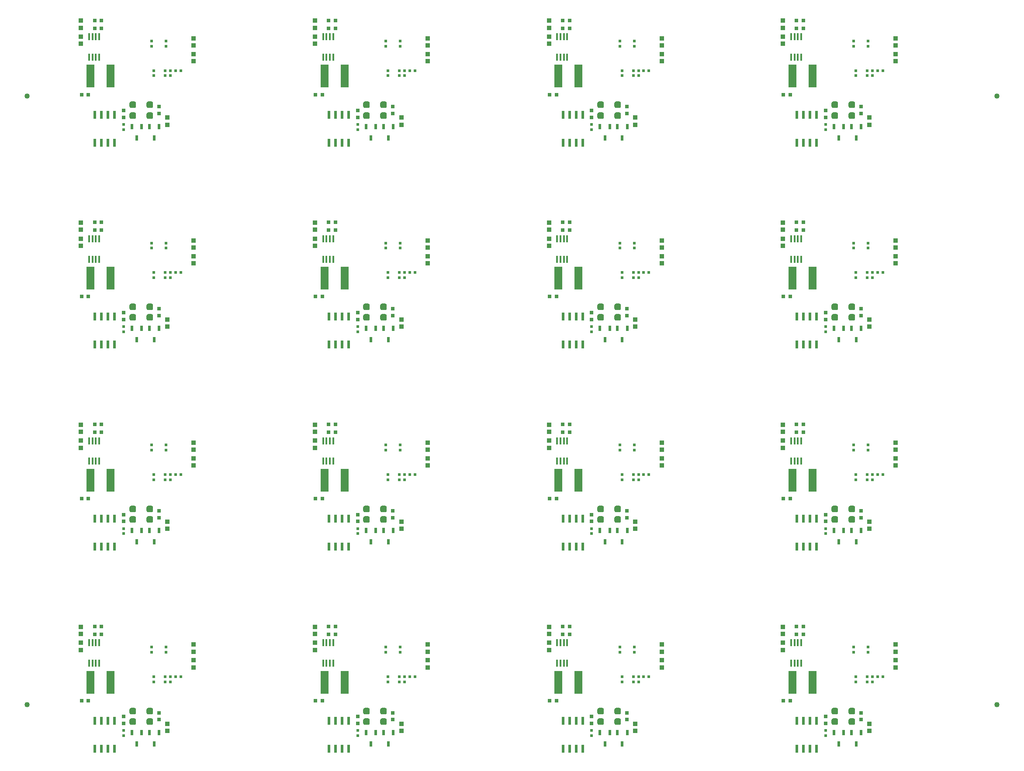
<source format=gbp>
G04*
G04 #@! TF.GenerationSoftware,Altium Limited,Altium Designer,20.2.6 (244)*
G04*
G04 Layer_Color=128*
%FSLAX44Y44*%
%MOMM*%
G71*
G04*
G04 #@! TF.SameCoordinates,9645A69E-1417-4B4D-8682-0EA00A473316*
G04*
G04*
G04 #@! TF.FilePolarity,Positive*
G04*
G01*
G75*
%ADD10C,1.0160*%
%ADD17R,0.5000X0.5000*%
%ADD19R,0.5000X0.5000*%
%ADD29R,0.7620X0.7620*%
%ADD34R,0.9000X0.8100*%
%ADD46R,0.6000X1.5500*%
G04:AMPARAMS|DCode=47|XSize=1.27mm|YSize=1.27mm|CornerRadius=0.3175mm|HoleSize=0mm|Usage=FLASHONLY|Rotation=180.000|XOffset=0mm|YOffset=0mm|HoleType=Round|Shape=RoundedRectangle|*
%AMROUNDEDRECTD47*
21,1,1.2700,0.6350,0,0,180.0*
21,1,0.6350,1.2700,0,0,180.0*
1,1,0.6350,-0.3175,0.3175*
1,1,0.6350,0.3175,0.3175*
1,1,0.6350,0.3175,-0.3175*
1,1,0.6350,-0.3175,-0.3175*
%
%ADD47ROUNDEDRECTD47*%
%ADD48R,0.7620X0.7620*%
%ADD49R,0.6000X1.1000*%
%ADD50R,1.6000X4.5000*%
%ADD51R,0.4500X1.3500*%
D10*
X30000Y1380000D02*
D03*
Y200000D02*
D03*
X1910000D02*
D03*
Y1380000D02*
D03*
D17*
X328144Y254174D02*
D03*
X318144D02*
D03*
X781644D02*
D03*
X771644D02*
D03*
X1235144D02*
D03*
X1225144D02*
D03*
X1688644D02*
D03*
X1678644D02*
D03*
X328144Y645974D02*
D03*
X318144D02*
D03*
X781644D02*
D03*
X771644D02*
D03*
X1235144D02*
D03*
X1225144D02*
D03*
X1688644D02*
D03*
X1678644D02*
D03*
X328144Y1037774D02*
D03*
X318144D02*
D03*
X781644D02*
D03*
X771644D02*
D03*
X1235144D02*
D03*
X1225144D02*
D03*
X1688644D02*
D03*
X1678644D02*
D03*
X328144Y1429574D02*
D03*
X318144D02*
D03*
X781644D02*
D03*
X771644D02*
D03*
X1235144D02*
D03*
X1225144D02*
D03*
X1688644D02*
D03*
X1678644D02*
D03*
D19*
X217226Y149526D02*
D03*
Y139526D02*
D03*
X271750Y311500D02*
D03*
Y301500D02*
D03*
X299750Y311500D02*
D03*
Y301500D02*
D03*
X275900Y244174D02*
D03*
Y254174D02*
D03*
X297998Y244174D02*
D03*
Y254174D02*
D03*
X308158Y244174D02*
D03*
Y254174D02*
D03*
X670726Y149526D02*
D03*
Y139526D02*
D03*
X725250Y311500D02*
D03*
Y301500D02*
D03*
X753250Y311500D02*
D03*
Y301500D02*
D03*
X729400Y244174D02*
D03*
Y254174D02*
D03*
X751498Y244174D02*
D03*
Y254174D02*
D03*
X761658Y244174D02*
D03*
Y254174D02*
D03*
X1124226Y149526D02*
D03*
Y139526D02*
D03*
X1178750Y311500D02*
D03*
Y301500D02*
D03*
X1206750Y311500D02*
D03*
Y301500D02*
D03*
X1182900Y244174D02*
D03*
Y254174D02*
D03*
X1204998Y244174D02*
D03*
Y254174D02*
D03*
X1215158Y244174D02*
D03*
Y254174D02*
D03*
X1577726Y149526D02*
D03*
Y139526D02*
D03*
X1632250Y311500D02*
D03*
Y301500D02*
D03*
X1660250Y311500D02*
D03*
Y301500D02*
D03*
X1636400Y244174D02*
D03*
Y254174D02*
D03*
X1658498Y244174D02*
D03*
Y254174D02*
D03*
X1668658Y244174D02*
D03*
Y254174D02*
D03*
X217226Y541326D02*
D03*
Y531326D02*
D03*
X271750Y703300D02*
D03*
Y693300D02*
D03*
X299750Y703300D02*
D03*
Y693300D02*
D03*
X275900Y635974D02*
D03*
Y645974D02*
D03*
X297998Y635974D02*
D03*
Y645974D02*
D03*
X308158Y635974D02*
D03*
Y645974D02*
D03*
X670726Y541326D02*
D03*
Y531326D02*
D03*
X725250Y703300D02*
D03*
Y693300D02*
D03*
X753250Y703300D02*
D03*
Y693300D02*
D03*
X729400Y635974D02*
D03*
Y645974D02*
D03*
X751498Y635974D02*
D03*
Y645974D02*
D03*
X761658Y635974D02*
D03*
Y645974D02*
D03*
X1124226Y541326D02*
D03*
Y531326D02*
D03*
X1178750Y703300D02*
D03*
Y693300D02*
D03*
X1206750Y703300D02*
D03*
Y693300D02*
D03*
X1182900Y635974D02*
D03*
Y645974D02*
D03*
X1204998Y635974D02*
D03*
Y645974D02*
D03*
X1215158Y635974D02*
D03*
Y645974D02*
D03*
X1577726Y541326D02*
D03*
Y531326D02*
D03*
X1632250Y703300D02*
D03*
Y693300D02*
D03*
X1660250Y703300D02*
D03*
Y693300D02*
D03*
X1636400Y635974D02*
D03*
Y645974D02*
D03*
X1658498Y635974D02*
D03*
Y645974D02*
D03*
X1668658Y635974D02*
D03*
Y645974D02*
D03*
X217226Y933126D02*
D03*
Y923126D02*
D03*
X271750Y1095100D02*
D03*
Y1085100D02*
D03*
X299750Y1095100D02*
D03*
Y1085100D02*
D03*
X275900Y1027774D02*
D03*
Y1037774D02*
D03*
X297998Y1027774D02*
D03*
Y1037774D02*
D03*
X308158Y1027774D02*
D03*
Y1037774D02*
D03*
X670726Y933126D02*
D03*
Y923126D02*
D03*
X725250Y1095100D02*
D03*
Y1085100D02*
D03*
X753250Y1095100D02*
D03*
Y1085100D02*
D03*
X729400Y1027774D02*
D03*
Y1037774D02*
D03*
X751498Y1027774D02*
D03*
Y1037774D02*
D03*
X761658Y1027774D02*
D03*
Y1037774D02*
D03*
X1124226Y933126D02*
D03*
Y923126D02*
D03*
X1178750Y1095100D02*
D03*
Y1085100D02*
D03*
X1206750Y1095100D02*
D03*
Y1085100D02*
D03*
X1182900Y1027774D02*
D03*
Y1037774D02*
D03*
X1204998Y1027774D02*
D03*
Y1037774D02*
D03*
X1215158Y1027774D02*
D03*
Y1037774D02*
D03*
X1577726Y933126D02*
D03*
Y923126D02*
D03*
X1632250Y1095100D02*
D03*
Y1085100D02*
D03*
X1660250Y1095100D02*
D03*
Y1085100D02*
D03*
X1636400Y1027774D02*
D03*
Y1037774D02*
D03*
X1658498Y1027774D02*
D03*
Y1037774D02*
D03*
X1668658Y1027774D02*
D03*
Y1037774D02*
D03*
X217226Y1324926D02*
D03*
Y1314926D02*
D03*
X271750Y1486900D02*
D03*
Y1476900D02*
D03*
X299750Y1486900D02*
D03*
Y1476900D02*
D03*
X275900Y1419574D02*
D03*
Y1429574D02*
D03*
X297998Y1419574D02*
D03*
Y1429574D02*
D03*
X308158Y1419574D02*
D03*
Y1429574D02*
D03*
X670726Y1324926D02*
D03*
Y1314926D02*
D03*
X725250Y1486900D02*
D03*
Y1476900D02*
D03*
X753250Y1486900D02*
D03*
Y1476900D02*
D03*
X729400Y1419574D02*
D03*
Y1429574D02*
D03*
X751498Y1419574D02*
D03*
Y1429574D02*
D03*
X761658Y1419574D02*
D03*
Y1429574D02*
D03*
X1124226Y1324926D02*
D03*
Y1314926D02*
D03*
X1178750Y1486900D02*
D03*
Y1476900D02*
D03*
X1206750Y1486900D02*
D03*
Y1476900D02*
D03*
X1182900Y1419574D02*
D03*
Y1429574D02*
D03*
X1204998Y1419574D02*
D03*
Y1429574D02*
D03*
X1215158Y1419574D02*
D03*
Y1429574D02*
D03*
X1577726Y1324926D02*
D03*
Y1314926D02*
D03*
X1632250Y1486900D02*
D03*
Y1476900D02*
D03*
X1660250Y1486900D02*
D03*
Y1476900D02*
D03*
X1636400Y1419574D02*
D03*
Y1429574D02*
D03*
X1658498Y1419574D02*
D03*
Y1429574D02*
D03*
X1668658Y1419574D02*
D03*
Y1429574D02*
D03*
D29*
X161026Y351536D02*
D03*
X174366D02*
D03*
Y336296D02*
D03*
X161026D02*
D03*
X135626Y207518D02*
D03*
X148966D02*
D03*
X614526Y351536D02*
D03*
X627866D02*
D03*
Y336296D02*
D03*
X614526D02*
D03*
X589126Y207518D02*
D03*
X602466D02*
D03*
X1068026Y351536D02*
D03*
X1081366D02*
D03*
Y336296D02*
D03*
X1068026D02*
D03*
X1042626Y207518D02*
D03*
X1055966D02*
D03*
X1521526Y351536D02*
D03*
X1534866D02*
D03*
Y336296D02*
D03*
X1521526D02*
D03*
X1496126Y207518D02*
D03*
X1509466D02*
D03*
X161026Y743336D02*
D03*
X174366D02*
D03*
Y728096D02*
D03*
X161026D02*
D03*
X135626Y599318D02*
D03*
X148966D02*
D03*
X614526Y743336D02*
D03*
X627866D02*
D03*
Y728096D02*
D03*
X614526D02*
D03*
X589126Y599318D02*
D03*
X602466D02*
D03*
X1068026Y743336D02*
D03*
X1081366D02*
D03*
Y728096D02*
D03*
X1068026D02*
D03*
X1042626Y599318D02*
D03*
X1055966D02*
D03*
X1521526Y743336D02*
D03*
X1534866D02*
D03*
Y728096D02*
D03*
X1521526D02*
D03*
X1496126Y599318D02*
D03*
X1509466D02*
D03*
X161026Y1135136D02*
D03*
X174366D02*
D03*
Y1119896D02*
D03*
X161026D02*
D03*
X135626Y991118D02*
D03*
X148966D02*
D03*
X614526Y1135136D02*
D03*
X627866D02*
D03*
Y1119896D02*
D03*
X614526D02*
D03*
X589126Y991118D02*
D03*
X602466D02*
D03*
X1068026Y1135136D02*
D03*
X1081366D02*
D03*
Y1119896D02*
D03*
X1068026D02*
D03*
X1042626Y991118D02*
D03*
X1055966D02*
D03*
X1521526Y1135136D02*
D03*
X1534866D02*
D03*
Y1119896D02*
D03*
X1521526D02*
D03*
X1496126Y991118D02*
D03*
X1509466D02*
D03*
X161026Y1526936D02*
D03*
X174366D02*
D03*
Y1511696D02*
D03*
X161026D02*
D03*
X135626Y1382918D02*
D03*
X148966D02*
D03*
X614526Y1526936D02*
D03*
X627866D02*
D03*
Y1511696D02*
D03*
X614526D02*
D03*
X589126Y1382918D02*
D03*
X602466D02*
D03*
X1068026Y1526936D02*
D03*
X1081366D02*
D03*
Y1511696D02*
D03*
X1068026D02*
D03*
X1042626Y1382918D02*
D03*
X1055966D02*
D03*
X1521526Y1526936D02*
D03*
X1534866D02*
D03*
Y1511696D02*
D03*
X1521526D02*
D03*
X1496126Y1382918D02*
D03*
X1509466D02*
D03*
D34*
X302064Y149006D02*
D03*
Y162906D02*
D03*
X353116Y285934D02*
D03*
Y272034D02*
D03*
Y316414D02*
D03*
Y302514D02*
D03*
X134674Y305978D02*
D03*
Y319878D02*
D03*
X134678Y350885D02*
D03*
Y336985D02*
D03*
X755564Y149006D02*
D03*
Y162906D02*
D03*
X806616Y285934D02*
D03*
Y272034D02*
D03*
Y316414D02*
D03*
Y302514D02*
D03*
X588174Y305978D02*
D03*
Y319878D02*
D03*
X588178Y350885D02*
D03*
Y336985D02*
D03*
X1209064Y149006D02*
D03*
Y162906D02*
D03*
X1260116Y285934D02*
D03*
Y272034D02*
D03*
Y316414D02*
D03*
Y302514D02*
D03*
X1041674Y305978D02*
D03*
Y319878D02*
D03*
X1041678Y350885D02*
D03*
Y336985D02*
D03*
X1662564Y149006D02*
D03*
Y162906D02*
D03*
X1713616Y285934D02*
D03*
Y272034D02*
D03*
Y316414D02*
D03*
Y302514D02*
D03*
X1495174Y305978D02*
D03*
Y319878D02*
D03*
X1495178Y350885D02*
D03*
Y336985D02*
D03*
X302064Y540806D02*
D03*
Y554706D02*
D03*
X353116Y677734D02*
D03*
Y663834D02*
D03*
Y708214D02*
D03*
Y694314D02*
D03*
X134674Y697778D02*
D03*
Y711678D02*
D03*
X134678Y742685D02*
D03*
Y728785D02*
D03*
X755564Y540806D02*
D03*
Y554706D02*
D03*
X806616Y677734D02*
D03*
Y663834D02*
D03*
Y708214D02*
D03*
Y694314D02*
D03*
X588174Y697778D02*
D03*
Y711678D02*
D03*
X588178Y742685D02*
D03*
Y728785D02*
D03*
X1209064Y540806D02*
D03*
Y554706D02*
D03*
X1260116Y677734D02*
D03*
Y663834D02*
D03*
Y708214D02*
D03*
Y694314D02*
D03*
X1041674Y697778D02*
D03*
Y711678D02*
D03*
X1041678Y742685D02*
D03*
Y728785D02*
D03*
X1662564Y540806D02*
D03*
Y554706D02*
D03*
X1713616Y677734D02*
D03*
Y663834D02*
D03*
Y708214D02*
D03*
Y694314D02*
D03*
X1495174Y697778D02*
D03*
Y711678D02*
D03*
X1495178Y742685D02*
D03*
Y728785D02*
D03*
X302064Y932606D02*
D03*
Y946506D02*
D03*
X353116Y1069534D02*
D03*
Y1055634D02*
D03*
Y1100014D02*
D03*
Y1086114D02*
D03*
X134674Y1089578D02*
D03*
Y1103478D02*
D03*
X134678Y1134485D02*
D03*
Y1120585D02*
D03*
X755564Y932606D02*
D03*
Y946506D02*
D03*
X806616Y1069534D02*
D03*
Y1055634D02*
D03*
Y1100014D02*
D03*
Y1086114D02*
D03*
X588174Y1089578D02*
D03*
Y1103478D02*
D03*
X588178Y1134485D02*
D03*
Y1120585D02*
D03*
X1209064Y932606D02*
D03*
Y946506D02*
D03*
X1260116Y1069534D02*
D03*
Y1055634D02*
D03*
Y1100014D02*
D03*
Y1086114D02*
D03*
X1041674Y1089578D02*
D03*
Y1103478D02*
D03*
X1041678Y1134485D02*
D03*
Y1120585D02*
D03*
X1662564Y932606D02*
D03*
Y946506D02*
D03*
X1713616Y1069534D02*
D03*
Y1055634D02*
D03*
Y1100014D02*
D03*
Y1086114D02*
D03*
X1495174Y1089578D02*
D03*
Y1103478D02*
D03*
X1495178Y1134485D02*
D03*
Y1120585D02*
D03*
X302064Y1324406D02*
D03*
Y1338306D02*
D03*
X353116Y1461334D02*
D03*
Y1447434D02*
D03*
Y1491814D02*
D03*
Y1477914D02*
D03*
X134674Y1481378D02*
D03*
Y1495278D02*
D03*
X134678Y1526285D02*
D03*
Y1512385D02*
D03*
X755564Y1324406D02*
D03*
Y1338306D02*
D03*
X806616Y1461334D02*
D03*
Y1447434D02*
D03*
Y1491814D02*
D03*
Y1477914D02*
D03*
X588174Y1481378D02*
D03*
Y1495278D02*
D03*
X588178Y1526285D02*
D03*
Y1512385D02*
D03*
X1209064Y1324406D02*
D03*
Y1338306D02*
D03*
X1260116Y1461334D02*
D03*
Y1447434D02*
D03*
Y1491814D02*
D03*
Y1477914D02*
D03*
X1041674Y1481378D02*
D03*
Y1495278D02*
D03*
X1041678Y1526285D02*
D03*
Y1512385D02*
D03*
X1662564Y1324406D02*
D03*
Y1338306D02*
D03*
X1713616Y1461334D02*
D03*
Y1447434D02*
D03*
Y1491814D02*
D03*
Y1477914D02*
D03*
X1495174Y1481378D02*
D03*
Y1495278D02*
D03*
X1495178Y1526285D02*
D03*
Y1512385D02*
D03*
D46*
X161600Y168478D02*
D03*
X174300D02*
D03*
X187000D02*
D03*
X199700D02*
D03*
X161600Y114478D02*
D03*
X174300D02*
D03*
X187000D02*
D03*
X199700D02*
D03*
X615100Y168478D02*
D03*
X627800D02*
D03*
X640500D02*
D03*
X653200D02*
D03*
X615100Y114478D02*
D03*
X627800D02*
D03*
X640500D02*
D03*
X653200D02*
D03*
X1068600Y168478D02*
D03*
X1081300D02*
D03*
X1094000D02*
D03*
X1106700D02*
D03*
X1068600Y114478D02*
D03*
X1081300D02*
D03*
X1094000D02*
D03*
X1106700D02*
D03*
X1522100Y168478D02*
D03*
X1534800D02*
D03*
X1547500D02*
D03*
X1560200D02*
D03*
X1522100Y114478D02*
D03*
X1534800D02*
D03*
X1547500D02*
D03*
X1560200D02*
D03*
X161600Y560278D02*
D03*
X174300D02*
D03*
X187000D02*
D03*
X199700D02*
D03*
X161600Y506278D02*
D03*
X174300D02*
D03*
X187000D02*
D03*
X199700D02*
D03*
X615100Y560278D02*
D03*
X627800D02*
D03*
X640500D02*
D03*
X653200D02*
D03*
X615100Y506278D02*
D03*
X627800D02*
D03*
X640500D02*
D03*
X653200D02*
D03*
X1068600Y560278D02*
D03*
X1081300D02*
D03*
X1094000D02*
D03*
X1106700D02*
D03*
X1068600Y506278D02*
D03*
X1081300D02*
D03*
X1094000D02*
D03*
X1106700D02*
D03*
X1522100Y560278D02*
D03*
X1534800D02*
D03*
X1547500D02*
D03*
X1560200D02*
D03*
X1522100Y506278D02*
D03*
X1534800D02*
D03*
X1547500D02*
D03*
X1560200D02*
D03*
X161600Y952078D02*
D03*
X174300D02*
D03*
X187000D02*
D03*
X199700D02*
D03*
X161600Y898078D02*
D03*
X174300D02*
D03*
X187000D02*
D03*
X199700D02*
D03*
X615100Y952078D02*
D03*
X627800D02*
D03*
X640500D02*
D03*
X653200D02*
D03*
X615100Y898078D02*
D03*
X627800D02*
D03*
X640500D02*
D03*
X653200D02*
D03*
X1068600Y952078D02*
D03*
X1081300D02*
D03*
X1094000D02*
D03*
X1106700D02*
D03*
X1068600Y898078D02*
D03*
X1081300D02*
D03*
X1094000D02*
D03*
X1106700D02*
D03*
X1522100Y952078D02*
D03*
X1534800D02*
D03*
X1547500D02*
D03*
X1560200D02*
D03*
X1522100Y898078D02*
D03*
X1534800D02*
D03*
X1547500D02*
D03*
X1560200D02*
D03*
X161600Y1343878D02*
D03*
X174300D02*
D03*
X187000D02*
D03*
X199700D02*
D03*
X161600Y1289878D02*
D03*
X174300D02*
D03*
X187000D02*
D03*
X199700D02*
D03*
X615100Y1343878D02*
D03*
X627800D02*
D03*
X640500D02*
D03*
X653200D02*
D03*
X615100Y1289878D02*
D03*
X627800D02*
D03*
X640500D02*
D03*
X653200D02*
D03*
X1068600Y1343878D02*
D03*
X1081300D02*
D03*
X1094000D02*
D03*
X1106700D02*
D03*
X1068600Y1289878D02*
D03*
X1081300D02*
D03*
X1094000D02*
D03*
X1106700D02*
D03*
X1522100Y1343878D02*
D03*
X1534800D02*
D03*
X1547500D02*
D03*
X1560200D02*
D03*
X1522100Y1289878D02*
D03*
X1534800D02*
D03*
X1547500D02*
D03*
X1560200D02*
D03*
D47*
X267772Y166878D02*
D03*
X234752D02*
D03*
X267772Y187452D02*
D03*
X234752D02*
D03*
X721272Y166878D02*
D03*
X688252D02*
D03*
X721272Y187452D02*
D03*
X688252D02*
D03*
X1174772Y166878D02*
D03*
X1141752D02*
D03*
X1174772Y187452D02*
D03*
X1141752D02*
D03*
X1628272Y166878D02*
D03*
X1595252D02*
D03*
X1628272Y187452D02*
D03*
X1595252D02*
D03*
X267772Y558678D02*
D03*
X234752D02*
D03*
X267772Y579252D02*
D03*
X234752D02*
D03*
X721272Y558678D02*
D03*
X688252D02*
D03*
X721272Y579252D02*
D03*
X688252D02*
D03*
X1174772Y558678D02*
D03*
X1141752D02*
D03*
X1174772Y579252D02*
D03*
X1141752D02*
D03*
X1628272Y558678D02*
D03*
X1595252D02*
D03*
X1628272Y579252D02*
D03*
X1595252D02*
D03*
X267772Y950478D02*
D03*
X234752D02*
D03*
X267772Y971052D02*
D03*
X234752D02*
D03*
X721272Y950478D02*
D03*
X688252D02*
D03*
X721272Y971052D02*
D03*
X688252D02*
D03*
X1174772Y950478D02*
D03*
X1141752D02*
D03*
X1174772Y971052D02*
D03*
X1141752D02*
D03*
X1628272Y950478D02*
D03*
X1595252D02*
D03*
X1628272Y971052D02*
D03*
X1595252D02*
D03*
X267772Y1342278D02*
D03*
X234752D02*
D03*
X267772Y1362852D02*
D03*
X234752D02*
D03*
X721272Y1342278D02*
D03*
X688252D02*
D03*
X721272Y1362852D02*
D03*
X688252D02*
D03*
X1174772Y1342278D02*
D03*
X1141752D02*
D03*
X1174772Y1362852D02*
D03*
X1141752D02*
D03*
X1628272Y1342278D02*
D03*
X1595252D02*
D03*
X1628272Y1362852D02*
D03*
X1595252D02*
D03*
D48*
X285552Y170622D02*
D03*
Y183962D02*
D03*
X217226Y176596D02*
D03*
Y163256D02*
D03*
X739052Y170622D02*
D03*
Y183962D02*
D03*
X670726Y176596D02*
D03*
Y163256D02*
D03*
X1192552Y170622D02*
D03*
Y183962D02*
D03*
X1124226Y176596D02*
D03*
Y163256D02*
D03*
X1646052Y170622D02*
D03*
Y183962D02*
D03*
X1577726Y176596D02*
D03*
Y163256D02*
D03*
X285552Y562422D02*
D03*
Y575762D02*
D03*
X217226Y568396D02*
D03*
Y555056D02*
D03*
X739052Y562422D02*
D03*
Y575762D02*
D03*
X670726Y568396D02*
D03*
Y555056D02*
D03*
X1192552Y562422D02*
D03*
Y575762D02*
D03*
X1124226Y568396D02*
D03*
Y555056D02*
D03*
X1646052Y562422D02*
D03*
Y575762D02*
D03*
X1577726Y568396D02*
D03*
Y555056D02*
D03*
X285552Y954222D02*
D03*
Y967562D02*
D03*
X217226Y960196D02*
D03*
Y946856D02*
D03*
X739052Y954222D02*
D03*
Y967562D02*
D03*
X670726Y960196D02*
D03*
Y946856D02*
D03*
X1192552Y954222D02*
D03*
Y967562D02*
D03*
X1124226Y960196D02*
D03*
Y946856D02*
D03*
X1646052Y954222D02*
D03*
Y967562D02*
D03*
X1577726Y960196D02*
D03*
Y946856D02*
D03*
X285552Y1346022D02*
D03*
Y1359362D02*
D03*
X217226Y1351996D02*
D03*
Y1338656D02*
D03*
X739052Y1346022D02*
D03*
Y1359362D02*
D03*
X670726Y1351996D02*
D03*
Y1338656D02*
D03*
X1192552Y1346022D02*
D03*
Y1359362D02*
D03*
X1124226Y1351996D02*
D03*
Y1338656D02*
D03*
X1646052Y1346022D02*
D03*
Y1359362D02*
D03*
X1577726Y1351996D02*
D03*
Y1338656D02*
D03*
D49*
X233380Y145726D02*
D03*
X252380D02*
D03*
X242880Y123726D02*
D03*
X267162Y145648D02*
D03*
X286162D02*
D03*
X276662Y123648D02*
D03*
X686880Y145726D02*
D03*
X705880D02*
D03*
X696380Y123726D02*
D03*
X720662Y145648D02*
D03*
X739662D02*
D03*
X730162Y123648D02*
D03*
X1140380Y145726D02*
D03*
X1159380D02*
D03*
X1149880Y123726D02*
D03*
X1174162Y145648D02*
D03*
X1193162D02*
D03*
X1183662Y123648D02*
D03*
X1593880Y145726D02*
D03*
X1612880D02*
D03*
X1603380Y123726D02*
D03*
X1627662Y145648D02*
D03*
X1646662D02*
D03*
X1637162Y123648D02*
D03*
X233380Y537526D02*
D03*
X252380D02*
D03*
X242880Y515526D02*
D03*
X267162Y537448D02*
D03*
X286162D02*
D03*
X276662Y515448D02*
D03*
X686880Y537526D02*
D03*
X705880D02*
D03*
X696380Y515526D02*
D03*
X720662Y537448D02*
D03*
X739662D02*
D03*
X730162Y515448D02*
D03*
X1140380Y537526D02*
D03*
X1159380D02*
D03*
X1149880Y515526D02*
D03*
X1174162Y537448D02*
D03*
X1193162D02*
D03*
X1183662Y515448D02*
D03*
X1593880Y537526D02*
D03*
X1612880D02*
D03*
X1603380Y515526D02*
D03*
X1627662Y537448D02*
D03*
X1646662D02*
D03*
X1637162Y515448D02*
D03*
X233380Y929326D02*
D03*
X252380D02*
D03*
X242880Y907326D02*
D03*
X267162Y929248D02*
D03*
X286162D02*
D03*
X276662Y907248D02*
D03*
X686880Y929326D02*
D03*
X705880D02*
D03*
X696380Y907326D02*
D03*
X720662Y929248D02*
D03*
X739662D02*
D03*
X730162Y907248D02*
D03*
X1140380Y929326D02*
D03*
X1159380D02*
D03*
X1149880Y907326D02*
D03*
X1174162Y929248D02*
D03*
X1193162D02*
D03*
X1183662Y907248D02*
D03*
X1593880Y929326D02*
D03*
X1612880D02*
D03*
X1603380Y907326D02*
D03*
X1627662Y929248D02*
D03*
X1646662D02*
D03*
X1637162Y907248D02*
D03*
X233380Y1321126D02*
D03*
X252380D02*
D03*
X242880Y1299126D02*
D03*
X267162Y1321048D02*
D03*
X286162D02*
D03*
X276662Y1299048D02*
D03*
X686880Y1321126D02*
D03*
X705880D02*
D03*
X696380Y1299126D02*
D03*
X720662Y1321048D02*
D03*
X739662D02*
D03*
X730162Y1299048D02*
D03*
X1140380Y1321126D02*
D03*
X1159380D02*
D03*
X1149880Y1299126D02*
D03*
X1174162Y1321048D02*
D03*
X1193162D02*
D03*
X1183662Y1299048D02*
D03*
X1593880Y1321126D02*
D03*
X1612880D02*
D03*
X1603380Y1299126D02*
D03*
X1627662Y1321048D02*
D03*
X1646662D02*
D03*
X1637162Y1299048D02*
D03*
D50*
X192022Y243332D02*
D03*
X153022D02*
D03*
X645522D02*
D03*
X606522D02*
D03*
X1099022D02*
D03*
X1060022D02*
D03*
X1552522D02*
D03*
X1513522D02*
D03*
X192022Y635132D02*
D03*
X153022D02*
D03*
X645522D02*
D03*
X606522D02*
D03*
X1099022D02*
D03*
X1060022D02*
D03*
X1552522D02*
D03*
X1513522D02*
D03*
X192022Y1026932D02*
D03*
X153022D02*
D03*
X645522D02*
D03*
X606522D02*
D03*
X1099022D02*
D03*
X1060022D02*
D03*
X1552522D02*
D03*
X1513522D02*
D03*
X192022Y1418732D02*
D03*
X153022D02*
D03*
X645522D02*
D03*
X606522D02*
D03*
X1099022D02*
D03*
X1060022D02*
D03*
X1552522D02*
D03*
X1513522D02*
D03*
D51*
X169826Y280224D02*
D03*
X163326D02*
D03*
X156826D02*
D03*
X150326D02*
D03*
X169826Y319724D02*
D03*
X163326D02*
D03*
X156826D02*
D03*
X150326D02*
D03*
X623326Y280224D02*
D03*
X616826D02*
D03*
X610326D02*
D03*
X603826D02*
D03*
X623326Y319724D02*
D03*
X616826D02*
D03*
X610326D02*
D03*
X603826D02*
D03*
X1076826Y280224D02*
D03*
X1070326D02*
D03*
X1063826D02*
D03*
X1057326D02*
D03*
X1076826Y319724D02*
D03*
X1070326D02*
D03*
X1063826D02*
D03*
X1057326D02*
D03*
X1530326Y280224D02*
D03*
X1523826D02*
D03*
X1517326D02*
D03*
X1510826D02*
D03*
X1530326Y319724D02*
D03*
X1523826D02*
D03*
X1517326D02*
D03*
X1510826D02*
D03*
X169826Y672024D02*
D03*
X163326D02*
D03*
X156826D02*
D03*
X150326D02*
D03*
X169826Y711524D02*
D03*
X163326D02*
D03*
X156826D02*
D03*
X150326D02*
D03*
X623326Y672024D02*
D03*
X616826D02*
D03*
X610326D02*
D03*
X603826D02*
D03*
X623326Y711524D02*
D03*
X616826D02*
D03*
X610326D02*
D03*
X603826D02*
D03*
X1076826Y672024D02*
D03*
X1070326D02*
D03*
X1063826D02*
D03*
X1057326D02*
D03*
X1076826Y711524D02*
D03*
X1070326D02*
D03*
X1063826D02*
D03*
X1057326D02*
D03*
X1530326Y672024D02*
D03*
X1523826D02*
D03*
X1517326D02*
D03*
X1510826D02*
D03*
X1530326Y711524D02*
D03*
X1523826D02*
D03*
X1517326D02*
D03*
X1510826D02*
D03*
X169826Y1063824D02*
D03*
X163326D02*
D03*
X156826D02*
D03*
X150326D02*
D03*
X169826Y1103324D02*
D03*
X163326D02*
D03*
X156826D02*
D03*
X150326D02*
D03*
X623326Y1063824D02*
D03*
X616826D02*
D03*
X610326D02*
D03*
X603826D02*
D03*
X623326Y1103324D02*
D03*
X616826D02*
D03*
X610326D02*
D03*
X603826D02*
D03*
X1076826Y1063824D02*
D03*
X1070326D02*
D03*
X1063826D02*
D03*
X1057326D02*
D03*
X1076826Y1103324D02*
D03*
X1070326D02*
D03*
X1063826D02*
D03*
X1057326D02*
D03*
X1530326Y1063824D02*
D03*
X1523826D02*
D03*
X1517326D02*
D03*
X1510826D02*
D03*
X1530326Y1103324D02*
D03*
X1523826D02*
D03*
X1517326D02*
D03*
X1510826D02*
D03*
X169826Y1455624D02*
D03*
X163326D02*
D03*
X156826D02*
D03*
X150326D02*
D03*
X169826Y1495124D02*
D03*
X163326D02*
D03*
X156826D02*
D03*
X150326D02*
D03*
X623326Y1455624D02*
D03*
X616826D02*
D03*
X610326D02*
D03*
X603826D02*
D03*
X623326Y1495124D02*
D03*
X616826D02*
D03*
X610326D02*
D03*
X603826D02*
D03*
X1076826Y1455624D02*
D03*
X1070326D02*
D03*
X1063826D02*
D03*
X1057326D02*
D03*
X1076826Y1495124D02*
D03*
X1070326D02*
D03*
X1063826D02*
D03*
X1057326D02*
D03*
X1530326Y1455624D02*
D03*
X1523826D02*
D03*
X1517326D02*
D03*
X1510826D02*
D03*
X1530326Y1495124D02*
D03*
X1523826D02*
D03*
X1517326D02*
D03*
X1510826D02*
D03*
M02*

</source>
